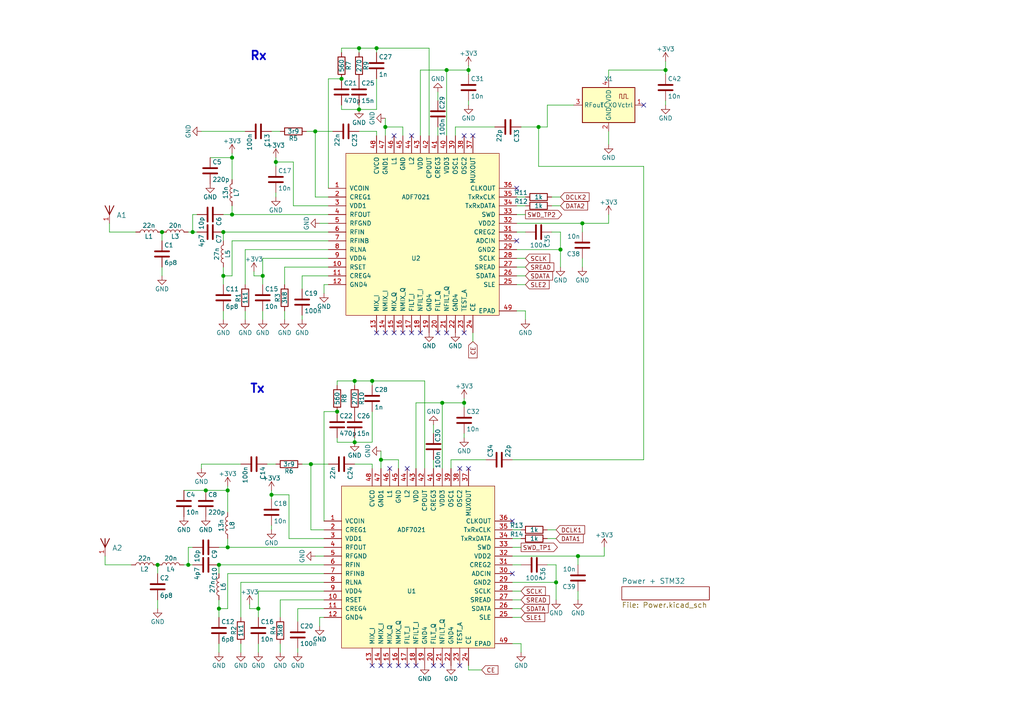
<source format=kicad_sch>
(kicad_sch (version 20200828) (generator eeschema)
  (page 1 2)
  (paper "A4")
  (title_block (title "MMDVM_HS_Dual_Hat") (date "2020-08-16") (rev "2.0") (company "DB9MAT+DF2ET+DO7EN"))
  (junction (at 45.72 163.83) (diameter 1.016))
  (junction (at 46.99 67.31) (diameter 1.016))
  (junction (at 54.61 163.83) (diameter 1.016))
  (junction (at 55.88 67.31) (diameter 1.016))
  (junction (at 59.69 142.24) (diameter 1.016))
  (junction (at 63.5 163.83) (diameter 1.016))
  (junction (at 63.5 176.53) (diameter 1.016))
  (junction (at 64.77 67.31) (diameter 1.016))
  (junction (at 64.77 80.01) (diameter 1.016))
  (junction (at 66.04 142.24) (diameter 1.016))
  (junction (at 66.04 158.75) (diameter 1.016))
  (junction (at 67.31 45.72) (diameter 1.016))
  (junction (at 67.31 62.23) (diameter 1.016))
  (junction (at 74.93 176.53) (diameter 1.016))
  (junction (at 76.2 80.01) (diameter 1.016))
  (junction (at 78.74 143.51) (diameter 1.016))
  (junction (at 80.01 46.99) (diameter 1.016))
  (junction (at 90.17 134.62) (diameter 1.016))
  (junction (at 91.44 38.1) (diameter 1.016))
  (junction (at 97.79 119.38) (diameter 1.016))
  (junction (at 99.06 22.86) (diameter 1.016))
  (junction (at 102.87 110.49) (diameter 1.016))
  (junction (at 102.87 128.27) (diameter 1.016))
  (junction (at 104.14 13.97) (diameter 1.016))
  (junction (at 104.14 31.75) (diameter 1.016))
  (junction (at 107.95 110.49) (diameter 1.016))
  (junction (at 109.22 13.97) (diameter 1.016))
  (junction (at 110.49 133.35) (diameter 1.016))
  (junction (at 111.76 36.83) (diameter 1.016))
  (junction (at 128.27 116.84) (diameter 1.016))
  (junction (at 129.54 20.32) (diameter 1.016))
  (junction (at 134.62 116.84) (diameter 1.016))
  (junction (at 135.89 20.32) (diameter 1.016))
  (junction (at 156.21 36.83) (diameter 1.016))
  (junction (at 161.29 168.91) (diameter 1.016))
  (junction (at 162.56 72.39) (diameter 1.016))
  (junction (at 167.64 161.29) (diameter 1.016))
  (junction (at 168.91 64.77) (diameter 1.016))
  (junction (at 193.04 20.32) (diameter 1.016))
  (no_connect (at 114.3 39.37))
  (no_connect (at 113.03 193.04))
  (no_connect (at 127 96.52))
  (no_connect (at 149.86 69.85))
  (no_connect (at 186.69 30.48))
  (no_connect (at 116.84 96.52))
  (no_connect (at 148.59 151.13))
  (no_connect (at 128.27 193.04))
  (no_connect (at 133.35 135.89))
  (no_connect (at 107.95 193.04))
  (no_connect (at 110.49 193.04))
  (no_connect (at 148.59 166.37))
  (no_connect (at 118.11 193.04))
  (no_connect (at 109.22 96.52))
  (no_connect (at 135.89 135.89))
  (no_connect (at 114.3 96.52))
  (no_connect (at 129.54 96.52))
  (no_connect (at 120.65 193.04))
  (no_connect (at 118.11 135.89))
  (no_connect (at 119.38 39.37))
  (no_connect (at 133.35 193.04))
  (no_connect (at 119.38 96.52))
  (no_connect (at 134.62 39.37))
  (no_connect (at 111.76 96.52))
  (no_connect (at 137.16 39.37))
  (no_connect (at 134.62 96.52))
  (no_connect (at 149.86 54.61))
  (no_connect (at 121.92 96.52))
  (no_connect (at 115.57 193.04))
  (no_connect (at 125.73 193.04))
  (no_connect (at 113.03 135.89))
  (wire (pts (xy 30.48 161.29) (xy 30.48 163.83)))
  (wire (pts (xy 31.75 64.77) (xy 31.75 67.31)))
  (wire (pts (xy 31.75 67.31) (xy 39.37 67.31)))
  (wire (pts (xy 38.1 163.83) (xy 30.48 163.83)))
  (wire (pts (xy 45.72 163.83) (xy 45.72 166.37)))
  (wire (pts (xy 45.72 173.99) (xy 45.72 176.53)))
  (wire (pts (xy 46.99 67.31) (xy 46.99 69.85)))
  (wire (pts (xy 46.99 77.47) (xy 46.99 80.01)))
  (wire (pts (xy 53.34 142.24) (xy 59.69 142.24)))
  (wire (pts (xy 53.34 163.83) (xy 54.61 163.83)))
  (wire (pts (xy 54.61 67.31) (xy 55.88 67.31)))
  (wire (pts (xy 54.61 158.75) (xy 54.61 163.83)))
  (wire (pts (xy 54.61 163.83) (xy 55.88 163.83)))
  (wire (pts (xy 55.88 62.23) (xy 55.88 67.31)))
  (wire (pts (xy 55.88 67.31) (xy 57.15 67.31)))
  (wire (pts (xy 55.88 158.75) (xy 54.61 158.75)))
  (wire (pts (xy 57.15 62.23) (xy 55.88 62.23)))
  (wire (pts (xy 58.42 134.62) (xy 69.85 134.62)))
  (wire (pts (xy 58.42 135.89) (xy 58.42 134.62)))
  (wire (pts (xy 59.69 142.24) (xy 66.04 142.24)))
  (wire (pts (xy 60.96 45.72) (xy 67.31 45.72)))
  (wire (pts (xy 63.5 158.75) (xy 66.04 158.75)))
  (wire (pts (xy 63.5 163.83) (xy 63.5 166.37)))
  (wire (pts (xy 63.5 173.99) (xy 63.5 176.53)))
  (wire (pts (xy 63.5 176.53) (xy 63.5 179.07)))
  (wire (pts (xy 63.5 176.53) (xy 66.04 176.53)))
  (wire (pts (xy 63.5 186.69) (xy 63.5 189.23)))
  (wire (pts (xy 64.77 62.23) (xy 67.31 62.23)))
  (wire (pts (xy 64.77 67.31) (xy 64.77 69.85)))
  (wire (pts (xy 64.77 77.47) (xy 64.77 80.01)))
  (wire (pts (xy 64.77 80.01) (xy 64.77 82.55)))
  (wire (pts (xy 64.77 80.01) (xy 67.31 80.01)))
  (wire (pts (xy 64.77 90.17) (xy 64.77 92.71)))
  (wire (pts (xy 66.04 140.97) (xy 66.04 142.24)))
  (wire (pts (xy 66.04 142.24) (xy 66.04 148.59)))
  (wire (pts (xy 66.04 156.21) (xy 66.04 158.75)))
  (wire (pts (xy 66.04 158.75) (xy 93.98 158.75)))
  (wire (pts (xy 66.04 166.37) (xy 93.98 166.37)))
  (wire (pts (xy 66.04 176.53) (xy 66.04 166.37)))
  (wire (pts (xy 67.31 44.45) (xy 67.31 45.72)))
  (wire (pts (xy 67.31 45.72) (xy 67.31 52.07)))
  (wire (pts (xy 67.31 59.69) (xy 67.31 62.23)))
  (wire (pts (xy 67.31 62.23) (xy 95.25 62.23)))
  (wire (pts (xy 67.31 69.85) (xy 95.25 69.85)))
  (wire (pts (xy 67.31 80.01) (xy 67.31 69.85)))
  (wire (pts (xy 69.85 168.91) (xy 93.98 168.91)))
  (wire (pts (xy 69.85 179.07) (xy 69.85 168.91)))
  (wire (pts (xy 69.85 186.69) (xy 69.85 189.23)))
  (wire (pts (xy 71.12 38.1) (xy 58.42 38.1)))
  (wire (pts (xy 71.12 72.39) (xy 95.25 72.39)))
  (wire (pts (xy 71.12 82.55) (xy 71.12 72.39)))
  (wire (pts (xy 71.12 90.17) (xy 71.12 92.71)))
  (wire (pts (xy 72.39 175.26) (xy 72.39 176.53)))
  (wire (pts (xy 72.39 176.53) (xy 74.93 176.53)))
  (wire (pts (xy 73.66 78.74) (xy 73.66 80.01)))
  (wire (pts (xy 73.66 80.01) (xy 76.2 80.01)))
  (wire (pts (xy 74.93 171.45) (xy 74.93 176.53)))
  (wire (pts (xy 74.93 171.45) (xy 93.98 171.45)))
  (wire (pts (xy 74.93 176.53) (xy 74.93 179.07)))
  (wire (pts (xy 74.93 186.69) (xy 74.93 189.23)))
  (wire (pts (xy 76.2 74.93) (xy 76.2 80.01)))
  (wire (pts (xy 76.2 74.93) (xy 95.25 74.93)))
  (wire (pts (xy 76.2 80.01) (xy 76.2 82.55)))
  (wire (pts (xy 76.2 90.17) (xy 76.2 92.71)))
  (wire (pts (xy 77.47 134.62) (xy 80.01 134.62)))
  (wire (pts (xy 78.74 38.1) (xy 81.28 38.1)))
  (wire (pts (xy 78.74 142.24) (xy 78.74 143.51)))
  (wire (pts (xy 78.74 143.51) (xy 78.74 144.78)))
  (wire (pts (xy 78.74 152.4) (xy 78.74 153.67)))
  (wire (pts (xy 80.01 45.72) (xy 80.01 46.99)))
  (wire (pts (xy 80.01 46.99) (xy 80.01 48.26)))
  (wire (pts (xy 80.01 55.88) (xy 80.01 57.15)))
  (wire (pts (xy 81.28 173.99) (xy 93.98 173.99)))
  (wire (pts (xy 81.28 179.07) (xy 81.28 173.99)))
  (wire (pts (xy 81.28 189.23) (xy 81.28 186.69)))
  (wire (pts (xy 82.55 77.47) (xy 95.25 77.47)))
  (wire (pts (xy 82.55 82.55) (xy 82.55 77.47)))
  (wire (pts (xy 82.55 92.71) (xy 82.55 90.17)))
  (wire (pts (xy 83.82 143.51) (xy 78.74 143.51)))
  (wire (pts (xy 83.82 156.21) (xy 83.82 143.51)))
  (wire (pts (xy 85.09 46.99) (xy 80.01 46.99)))
  (wire (pts (xy 85.09 59.69) (xy 85.09 46.99)))
  (wire (pts (xy 86.36 176.53) (xy 86.36 180.34)))
  (wire (pts (xy 86.36 187.96) (xy 86.36 189.23)))
  (wire (pts (xy 87.63 80.01) (xy 87.63 83.82)))
  (wire (pts (xy 87.63 91.44) (xy 87.63 92.71)))
  (wire (pts (xy 87.63 134.62) (xy 90.17 134.62)))
  (wire (pts (xy 88.9 38.1) (xy 91.44 38.1)))
  (wire (pts (xy 90.17 134.62) (xy 95.25 134.62)))
  (wire (pts (xy 90.17 153.67) (xy 90.17 134.62)))
  (wire (pts (xy 91.44 38.1) (xy 96.52 38.1)))
  (wire (pts (xy 91.44 57.15) (xy 91.44 38.1)))
  (wire (pts (xy 91.44 161.29) (xy 93.98 161.29)))
  (wire (pts (xy 92.71 64.77) (xy 95.25 64.77)))
  (wire (pts (xy 92.71 179.07) (xy 92.71 181.61)))
  (wire (pts (xy 93.98 82.55) (xy 93.98 85.09)))
  (wire (pts (xy 93.98 119.38) (xy 97.79 119.38)))
  (wire (pts (xy 93.98 151.13) (xy 93.98 119.38)))
  (wire (pts (xy 93.98 153.67) (xy 90.17 153.67)))
  (wire (pts (xy 93.98 156.21) (xy 83.82 156.21)))
  (wire (pts (xy 93.98 163.83) (xy 63.5 163.83)))
  (wire (pts (xy 93.98 176.53) (xy 86.36 176.53)))
  (wire (pts (xy 93.98 179.07) (xy 92.71 179.07)))
  (wire (pts (xy 95.25 22.86) (xy 99.06 22.86)))
  (wire (pts (xy 95.25 54.61) (xy 95.25 22.86)))
  (wire (pts (xy 95.25 57.15) (xy 91.44 57.15)))
  (wire (pts (xy 95.25 59.69) (xy 85.09 59.69)))
  (wire (pts (xy 95.25 67.31) (xy 64.77 67.31)))
  (wire (pts (xy 95.25 80.01) (xy 87.63 80.01)))
  (wire (pts (xy 95.25 82.55) (xy 93.98 82.55)))
  (wire (pts (xy 97.79 110.49) (xy 102.87 110.49)))
  (wire (pts (xy 97.79 111.76) (xy 97.79 110.49)))
  (wire (pts (xy 97.79 127) (xy 97.79 128.27)))
  (wire (pts (xy 97.79 128.27) (xy 102.87 128.27)))
  (wire (pts (xy 99.06 13.97) (xy 104.14 13.97)))
  (wire (pts (xy 99.06 15.24) (xy 99.06 13.97)))
  (wire (pts (xy 99.06 30.48) (xy 99.06 31.75)))
  (wire (pts (xy 99.06 31.75) (xy 104.14 31.75)))
  (wire (pts (xy 102.87 110.49) (xy 107.95 110.49)))
  (wire (pts (xy 102.87 111.76) (xy 102.87 110.49)))
  (wire (pts (xy 102.87 128.27) (xy 102.87 127)))
  (wire (pts (xy 102.87 128.27) (xy 107.95 128.27)))
  (wire (pts (xy 104.14 13.97) (xy 109.22 13.97)))
  (wire (pts (xy 104.14 15.24) (xy 104.14 13.97)))
  (wire (pts (xy 104.14 31.75) (xy 104.14 30.48)))
  (wire (pts (xy 104.14 31.75) (xy 109.22 31.75)))
  (wire (pts (xy 107.95 110.49) (xy 123.19 110.49)))
  (wire (pts (xy 107.95 111.76) (xy 107.95 110.49)))
  (wire (pts (xy 107.95 128.27) (xy 107.95 119.38)))
  (wire (pts (xy 107.95 134.62) (xy 102.87 134.62)))
  (wire (pts (xy 107.95 135.89) (xy 107.95 134.62)))
  (wire (pts (xy 109.22 13.97) (xy 124.46 13.97)))
  (wire (pts (xy 109.22 15.24) (xy 109.22 13.97)))
  (wire (pts (xy 109.22 31.75) (xy 109.22 22.86)))
  (wire (pts (xy 109.22 38.1) (xy 104.14 38.1)))
  (wire (pts (xy 109.22 39.37) (xy 109.22 38.1)))
  (wire (pts (xy 110.49 133.35) (xy 110.49 130.81)))
  (wire (pts (xy 110.49 133.35) (xy 110.49 135.89)))
  (wire (pts (xy 110.49 133.35) (xy 115.57 133.35)))
  (wire (pts (xy 111.76 36.83) (xy 111.76 34.29)))
  (wire (pts (xy 111.76 36.83) (xy 111.76 39.37)))
  (wire (pts (xy 111.76 36.83) (xy 116.84 36.83)))
  (wire (pts (xy 115.57 133.35) (xy 115.57 135.89)))
  (wire (pts (xy 116.84 36.83) (xy 116.84 39.37)))
  (wire (pts (xy 120.65 116.84) (xy 128.27 116.84)))
  (wire (pts (xy 120.65 135.89) (xy 120.65 116.84)))
  (wire (pts (xy 121.92 20.32) (xy 129.54 20.32)))
  (wire (pts (xy 121.92 39.37) (xy 121.92 20.32)))
  (wire (pts (xy 123.19 110.49) (xy 123.19 135.89)))
  (wire (pts (xy 124.46 13.97) (xy 124.46 39.37)))
  (wire (pts (xy 125.73 125.73) (xy 125.73 123.19)))
  (wire (pts (xy 125.73 135.89) (xy 125.73 133.35)))
  (wire (pts (xy 127 29.21) (xy 127 26.67)))
  (wire (pts (xy 127 39.37) (xy 127 36.83)))
  (wire (pts (xy 128.27 116.84) (xy 134.62 116.84)))
  (wire (pts (xy 128.27 135.89) (xy 128.27 116.84)))
  (wire (pts (xy 129.54 20.32) (xy 135.89 20.32)))
  (wire (pts (xy 129.54 39.37) (xy 129.54 20.32)))
  (wire (pts (xy 130.81 133.35) (xy 130.81 135.89)))
  (wire (pts (xy 130.81 133.35) (xy 140.97 133.35)))
  (wire (pts (xy 132.08 36.83) (xy 132.08 39.37)))
  (wire (pts (xy 132.08 36.83) (xy 143.51 36.83)))
  (wire (pts (xy 134.62 116.84) (xy 134.62 115.57)))
  (wire (pts (xy 134.62 118.11) (xy 134.62 116.84)))
  (wire (pts (xy 134.62 127) (xy 134.62 125.73)))
  (wire (pts (xy 135.89 20.32) (xy 135.89 19.05)))
  (wire (pts (xy 135.89 21.59) (xy 135.89 20.32)))
  (wire (pts (xy 135.89 30.48) (xy 135.89 29.21)))
  (wire (pts (xy 135.89 194.31) (xy 135.89 193.04)))
  (wire (pts (xy 137.16 96.52) (xy 137.16 99.06)))
  (wire (pts (xy 139.7 194.31) (xy 135.89 194.31)))
  (wire (pts (xy 148.59 133.35) (xy 186.69 133.35)))
  (wire (pts (xy 148.59 153.67) (xy 151.13 153.67)))
  (wire (pts (xy 148.59 156.21) (xy 151.13 156.21)))
  (wire (pts (xy 148.59 158.75) (xy 151.13 158.75)))
  (wire (pts (xy 148.59 161.29) (xy 167.64 161.29)))
  (wire (pts (xy 148.59 163.83) (xy 151.13 163.83)))
  (wire (pts (xy 148.59 168.91) (xy 161.29 168.91)))
  (wire (pts (xy 148.59 171.45) (xy 151.13 171.45)))
  (wire (pts (xy 148.59 173.99) (xy 151.13 173.99)))
  (wire (pts (xy 148.59 176.53) (xy 151.13 176.53)))
  (wire (pts (xy 148.59 179.07) (xy 151.13 179.07)))
  (wire (pts (xy 148.59 186.69) (xy 151.13 186.69)))
  (wire (pts (xy 149.86 57.15) (xy 152.4 57.15)))
  (wire (pts (xy 149.86 59.69) (xy 152.4 59.69)))
  (wire (pts (xy 149.86 62.23) (xy 152.4 62.23)))
  (wire (pts (xy 149.86 64.77) (xy 168.91 64.77)))
  (wire (pts (xy 149.86 67.31) (xy 152.4 67.31)))
  (wire (pts (xy 149.86 72.39) (xy 162.56 72.39)))
  (wire (pts (xy 149.86 74.93) (xy 152.4 74.93)))
  (wire (pts (xy 149.86 77.47) (xy 152.4 77.47)))
  (wire (pts (xy 149.86 80.01) (xy 152.4 80.01)))
  (wire (pts (xy 149.86 82.55) (xy 152.4 82.55)))
  (wire (pts (xy 149.86 90.17) (xy 152.4 90.17)))
  (wire (pts (xy 151.13 36.83) (xy 156.21 36.83)))
  (wire (pts (xy 151.13 186.69) (xy 151.13 189.23)))
  (wire (pts (xy 152.4 90.17) (xy 152.4 92.71)))
  (wire (pts (xy 156.21 36.83) (xy 156.21 48.26)))
  (wire (pts (xy 156.21 36.83) (xy 158.75 36.83)))
  (wire (pts (xy 156.21 48.26) (xy 186.69 48.26)))
  (wire (pts (xy 158.75 30.48) (xy 158.75 36.83)))
  (wire (pts (xy 158.75 153.67) (xy 161.29 153.67)))
  (wire (pts (xy 158.75 156.21) (xy 161.29 156.21)))
  (wire (pts (xy 158.75 163.83) (xy 161.29 163.83)))
  (wire (pts (xy 160.02 57.15) (xy 162.56 57.15)))
  (wire (pts (xy 160.02 59.69) (xy 162.56 59.69)))
  (wire (pts (xy 160.02 67.31) (xy 162.56 67.31)))
  (wire (pts (xy 161.29 163.83) (xy 161.29 168.91)))
  (wire (pts (xy 161.29 168.91) (xy 161.29 173.99)))
  (wire (pts (xy 162.56 67.31) (xy 162.56 72.39)))
  (wire (pts (xy 162.56 72.39) (xy 162.56 77.47)))
  (wire (pts (xy 166.37 30.48) (xy 158.75 30.48)))
  (wire (pts (xy 167.64 161.29) (xy 167.64 163.83)))
  (wire (pts (xy 167.64 161.29) (xy 175.26 161.29)))
  (wire (pts (xy 167.64 171.45) (xy 167.64 173.99)))
  (wire (pts (xy 168.91 64.77) (xy 168.91 67.31)))
  (wire (pts (xy 168.91 64.77) (xy 176.53 64.77)))
  (wire (pts (xy 168.91 74.93) (xy 168.91 77.47)))
  (wire (pts (xy 175.26 161.29) (xy 175.26 158.75)))
  (wire (pts (xy 176.53 20.32) (xy 176.53 22.86)))
  (wire (pts (xy 176.53 20.32) (xy 193.04 20.32)))
  (wire (pts (xy 176.53 41.91) (xy 176.53 38.1)))
  (wire (pts (xy 176.53 64.77) (xy 176.53 62.23)))
  (wire (pts (xy 186.69 48.26) (xy 186.69 133.35)))
  (wire (pts (xy 193.04 17.78) (xy 193.04 20.32)))
  (wire (pts (xy 193.04 20.32) (xy 193.04 21.59)))
  (wire (pts (xy 193.04 29.21) (xy 193.04 30.48)))
  (text "Rx" (at 72.39 17.78 0) (effects (font (size 2.4892 2.4892) (thickness 0.4978) bold) (justify left bottom)))
  (text "Tx" (at 72.39 114.3 0) (effects (font (size 2.4892 2.4892) (thickness 0.4978) bold) (justify left bottom)))
  (global_label "CE" (shape input) (at 137.16 99.06 270) (effects (font (size 1.2446 1.2446))))
  (global_label "CE" (shape input) (at 139.7 194.31 0) (effects (font (size 1.2446 1.2446))))
  (global_label "SWD_TP1" (shape output) (at 151.13 158.75 0) (effects (font (size 1.2446 1.2446))))
  (global_label "SCLK" (shape input) (at 151.13 171.45 0) (effects (font (size 1.2446 1.2446))))
  (global_label "SREAD" (shape input) (at 151.13 173.99 0) (effects (font (size 1.2446 1.2446))))
  (global_label "SDATA" (shape input) (at 151.13 176.53 0) (effects (font (size 1.2446 1.2446))))
  (global_label "SLE1" (shape input) (at 151.13 179.07 0) (effects (font (size 1.2446 1.2446))))
  (global_label "SWD_TP2" (shape output) (at 152.4 62.23 0) (effects (font (size 1.2446 1.2446))))
  (global_label "SCLK" (shape input) (at 152.4 74.93 0) (effects (font (size 1.2446 1.2446))))
  (global_label "SREAD" (shape input) (at 152.4 77.47 0) (effects (font (size 1.2446 1.2446))))
  (global_label "SDATA" (shape input) (at 152.4 80.01 0) (effects (font (size 1.2446 1.2446))))
  (global_label "SLE2" (shape input) (at 152.4 82.55 0) (effects (font (size 1.2446 1.2446))))
  (global_label "DCLK1" (shape input) (at 161.29 153.67 0) (effects (font (size 1.2446 1.2446))))
  (global_label "DATA1" (shape input) (at 161.29 156.21 0) (effects (font (size 1.2446 1.2446))))
  (global_label "DCLK2" (shape input) (at 162.56 57.15 0) (effects (font (size 1.2446 1.2446))))
  (global_label "DATA2" (shape input) (at 162.56 59.69 0) (effects (font (size 1.2446 1.2446))))
  (symbol (lib_id "power:+3.3V") (at 66.04 140.97 0) (unit 1)
    (property "Reference" "#PWR018" (effects hide))
    (property "Value" "+3.3V" (at 66.04 137.414 0))
  )
  (symbol (lib_id "power:+3.3V") (at 67.31 44.45 0) (unit 1)
    (property "Reference" "#PWR017" (effects hide))
    (property "Value" "+3.3V" (at 67.31 40.894 0))
  )
  (symbol (lib_id "power:+3.3V") (at 72.39 175.26 0) (unit 1)
    (property "Reference" "#PWR024" (effects hide))
    (property "Value" "+3.3V" (at 72.39 171.704 0))
  )
  (symbol (lib_id "power:+3.3V") (at 73.66 78.74 0) (unit 1)
    (property "Reference" "#PWR021" (effects hide))
    (property "Value" "+3.3V" (at 73.66 75.184 0))
  )
  (symbol (lib_id "power:+3.3V") (at 78.74 142.24 0) (unit 1)
    (property "Reference" "#PWR029" (effects hide))
    (property "Value" "+3.3V" (at 78.74 138.684 0))
  )
  (symbol (lib_id "power:+3.3V") (at 80.01 45.72 0) (unit 1)
    (property "Reference" "#PWR027" (effects hide))
    (property "Value" "+3.3V" (at 80.01 42.164 0))
  )
  (symbol (lib_id "power:+3.3V") (at 134.62 115.57 0) (unit 1)
    (property "Reference" "#PWR051" (effects hide))
    (property "Value" "+3.3V" (at 134.62 112.014 0))
  )
  (symbol (lib_id "power:+3.3V") (at 135.89 19.05 0) (unit 1)
    (property "Reference" "#PWR049" (effects hide))
    (property "Value" "+3.3V" (at 135.89 15.494 0))
  )
  (symbol (lib_id "power:+3.3V") (at 175.26 158.75 0) (unit 1)
    (property "Reference" "#PWR063" (effects hide))
    (property "Value" "+3.3V" (at 175.26 155.194 0))
  )
  (symbol (lib_id "power:+3.3V") (at 176.53 62.23 0) (unit 1)
    (property "Reference" "#PWR062" (effects hide))
    (property "Value" "+3.3V" (at 176.53 58.674 0))
  )
  (symbol (lib_id "power:+3.3V") (at 193.04 17.78 0) (unit 1)
    (property "Reference" "#PWR074" (effects hide))
    (property "Value" "+3.3V" (at 193.04 14.224 0))
  )
  (symbol (lib_id "mmdvm_hs_dual_hat-rescue:L-device-mmdvm_hs_dual_hat-rescue") (at 41.91 163.83 90) (unit 1)
    (property "Reference" "L2" (at 41.91 165.1 90))
    (property "Value" "22n" (at 41.91 161.925 90))
    (property "Footprint" "pkl_dipol:L_0402" (effects hide))
    (property "Datasheet" "http://www.mouser.com/ds/2/281/JELF243A-0140-937123.pdf" (effects hide))
    (property "MFR" "Murata Electronics" (effects hide))
    (property "MPN" "LQW15CA22NJ00D" (effects hide))
    (property "SPR" "Mouser" (effects hide))
    (property "SPN" "81-LQW15CA22NJ00D" (effects hide))
  )
  (symbol (lib_id "mmdvm_hs_dual_hat-rescue:L-device-mmdvm_hs_dual_hat-rescue") (at 43.18 67.31 90) (unit 1)
    (property "Reference" "L1" (at 43.18 68.58 90))
    (property "Value" "22n" (at 43.18 65.405 90))
    (property "Footprint" "pkl_dipol:L_0402" (effects hide))
    (property "Datasheet" "http://www.mouser.com/ds/2/281/JELF243A-0140-937123.pdf" (effects hide))
    (property "MFR" "Murata Electronics" (effects hide))
    (property "MPN" "LQW15CA22NJ00D" (effects hide))
    (property "SPR" "Mouser" (effects hide))
    (property "SPN" "81-LQW15CA22NJ00D" (effects hide))
  )
  (symbol (lib_id "mmdvm_hs_dual_hat-rescue:L-device-mmdvm_hs_dual_hat-rescue") (at 49.53 163.83 90) (unit 1)
    (property "Reference" "L4" (at 49.53 165.1 90))
    (property "Value" "20n" (at 49.53 161.925 90))
    (property "Footprint" "pkl_dipol:L_0402" (effects hide))
    (property "Datasheet" "http://www.mouser.com/ds/2/418/NG_CD_1624112_BA1-656883.pdf" (effects hide))
    (property "MFR" "TE Connectivity / Sigma Inductors" (effects hide))
    (property "MPN" "36501E20NJTDG" (effects hide))
    (property "SPR" "Mouser" (effects hide))
    (property "SPN" "279-36501E20NJTDG" (effects hide))
  )
  (symbol (lib_id "mmdvm_hs_dual_hat-rescue:L-device-mmdvm_hs_dual_hat-rescue") (at 50.8 67.31 90) (unit 1)
    (property "Reference" "L3" (at 50.8 68.58 90))
    (property "Value" "20n" (at 50.8 65.405 90))
    (property "Footprint" "pkl_dipol:L_0402" (effects hide))
    (property "Datasheet" "http://www.mouser.com/ds/2/418/NG_CD_1624112_BA1-656883.pdf" (effects hide))
    (property "MFR" "TE Connectivity / Sigma Inductors" (effects hide))
    (property "MPN" "36501E20NJTDG" (effects hide))
    (property "SPR" "Mouser" (effects hide))
    (property "SPN" "279-36501E20NJTDG" (effects hide))
  )
  (symbol (lib_id "mmdvm_hs_dual_hat-rescue:L-device-mmdvm_hs_dual_hat-rescue") (at 63.5 170.18 180) (unit 1)
    (property "Reference" "L6" (at 64.77 170.18 90))
    (property "Value" "27n" (at 61.595 170.18 90))
    (property "Footprint" "pkl_dipol:L_0402" (effects hide))
    (property "Datasheet" "http://www.mouser.com/ds/2/281/murata_inductors-1186262.pdf" (effects hide))
    (property "MFR" "Murata Electronics" (effects hide))
    (property "MPN" "LQW15AN27NG80D" (effects hide))
    (property "SPR" "Mouser" (effects hide))
    (property "SPN" "81-LQW15AN27NG80D" (effects hide))
  )
  (symbol (lib_id "mmdvm_hs_dual_hat-rescue:L-device-mmdvm_hs_dual_hat-rescue") (at 64.77 73.66 180) (unit 1)
    (property "Reference" "L5" (at 66.04 73.66 90))
    (property "Value" "27n" (at 62.865 73.66 90))
    (property "Footprint" "pkl_dipol:L_0402" (effects hide))
    (property "Datasheet" "http://www.mouser.com/ds/2/281/murata_inductors-1186262.pdf" (effects hide))
    (property "MFR" "Murata Electronics" (effects hide))
    (property "MPN" "LQW15AN27NG80D" (effects hide))
    (property "SPR" "Mouser" (effects hide))
    (property "SPN" "81-LQW15AN27NG80D" (effects hide))
  )
  (symbol (lib_id "mmdvm_hs_dual_hat-rescue:L-device-mmdvm_hs_dual_hat-rescue") (at 66.04 152.4 180) (unit 1)
    (property "Reference" "L8" (at 67.31 152.4 90))
    (property "Value" "13n" (at 64.135 152.4 90))
    (property "Footprint" "pkl_dipol:L_0402" (effects hide))
    (property "Datasheet" "http://www.mouser.com/ds/2/281/murata_inductors-1186262.pdf" (effects hide))
    (property "MFR" "Murata Electronics" (effects hide))
    (property "MPN" "LQW15AN13NG80D" (effects hide))
    (property "SPR" "Mouser" (effects hide))
    (property "SPN" "81-LQW15AN13NG80D" (effects hide))
  )
  (symbol (lib_id "mmdvm_hs_dual_hat-rescue:L-device-mmdvm_hs_dual_hat-rescue") (at 67.31 55.88 180) (unit 1)
    (property "Reference" "L7" (at 68.58 55.88 90))
    (property "Value" "13n" (at 65.405 55.88 90))
    (property "Footprint" "pkl_dipol:L_0402" (effects hide))
    (property "Datasheet" "http://www.mouser.com/ds/2/281/murata_inductors-1186262.pdf" (effects hide))
    (property "MFR" "Murata Electronics" (effects hide))
    (property "MPN" "LQW15AN13NG80D" (effects hide))
    (property "SPR" "Mouser" (effects hide))
    (property "SPN" "81-LQW15AN13NG80D" (effects hide))
  )
  (symbol (lib_id "power:GND") (at 45.72 176.53 0) (unit 1)
    (property "Reference" "#PWR07" (effects hide))
    (property "Value" "GND" (at 45.72 180.34 0))
  )
  (symbol (lib_id "power:GND") (at 46.99 80.01 0) (unit 1)
    (property "Reference" "#PWR06" (effects hide))
    (property "Value" "GND" (at 46.99 83.82 0))
  )
  (symbol (lib_id "power:GND") (at 53.34 149.86 0) (unit 1)
    (property "Reference" "#PWR010" (effects hide))
    (property "Value" "GND" (at 53.34 153.67 0))
  )
  (symbol (lib_id "power:GND") (at 58.42 38.1 270) (unit 1)
    (property "Reference" "#PWR011" (effects hide))
    (property "Value" "GND" (at 54.61 38.1 0))
  )
  (symbol (lib_id "power:GND") (at 58.42 135.89 0) (unit 1)
    (property "Reference" "#PWR012" (effects hide))
    (property "Value" "GND" (at 58.42 139.7 0))
  )
  (symbol (lib_id "power:GND") (at 59.69 149.86 0) (unit 1)
    (property "Reference" "#PWR014" (effects hide))
    (property "Value" "GND" (at 59.69 153.67 0))
  )
  (symbol (lib_id "power:GND") (at 60.96 53.34 0) (unit 1)
    (property "Reference" "#PWR013" (effects hide))
    (property "Value" "GND" (at 60.96 57.15 0))
  )
  (symbol (lib_id "power:GND") (at 63.5 189.23 0) (unit 1)
    (property "Reference" "#PWR016" (effects hide))
    (property "Value" "GND" (at 63.5 193.04 0))
  )
  (symbol (lib_id "power:GND") (at 64.77 92.71 0) (unit 1)
    (property "Reference" "#PWR015" (effects hide))
    (property "Value" "GND" (at 64.77 96.52 0))
  )
  (symbol (lib_id "power:GND") (at 69.85 189.23 0) (unit 1)
    (property "Reference" "#PWR020" (effects hide))
    (property "Value" "GND" (at 69.85 193.04 0))
  )
  (symbol (lib_id "power:GND") (at 71.12 92.71 0) (unit 1)
    (property "Reference" "#PWR019" (effects hide))
    (property "Value" "GND" (at 71.12 96.52 0))
  )
  (symbol (lib_id "power:GND") (at 74.93 189.23 0) (unit 1)
    (property "Reference" "#PWR026" (effects hide))
    (property "Value" "GND" (at 74.93 193.04 0))
  )
  (symbol (lib_id "power:GND") (at 76.2 92.71 0) (unit 1)
    (property "Reference" "#PWR025" (effects hide))
    (property "Value" "GND" (at 76.2 96.52 0))
  )
  (symbol (lib_id "power:GND") (at 78.74 153.67 0) (unit 1)
    (property "Reference" "#PWR030" (effects hide))
    (property "Value" "GND" (at 78.74 157.48 0))
  )
  (symbol (lib_id "power:GND") (at 80.01 57.15 0) (unit 1)
    (property "Reference" "#PWR028" (effects hide))
    (property "Value" "GND" (at 80.01 60.96 0))
  )
  (symbol (lib_id "power:GND") (at 81.28 189.23 0) (unit 1)
    (property "Reference" "#PWR032" (effects hide))
    (property "Value" "GND" (at 81.28 193.04 0))
  )
  (symbol (lib_id "power:GND") (at 82.55 92.71 0) (unit 1)
    (property "Reference" "#PWR031" (effects hide))
    (property "Value" "GND" (at 82.55 96.52 0))
  )
  (symbol (lib_id "power:GND") (at 86.36 189.23 0) (unit 1)
    (property "Reference" "#PWR034" (effects hide))
    (property "Value" "GND" (at 86.36 193.04 0))
  )
  (symbol (lib_id "power:GND") (at 87.63 92.71 0) (unit 1)
    (property "Reference" "#PWR033" (effects hide))
    (property "Value" "GND" (at 87.63 96.52 0))
  )
  (symbol (lib_id "power:GND") (at 91.44 161.29 270) (unit 1)
    (property "Reference" "#PWR036" (effects hide))
    (property "Value" "GND" (at 87.63 161.29 0))
  )
  (symbol (lib_id "power:GND") (at 92.71 64.77 270) (unit 1)
    (property "Reference" "#PWR035" (effects hide))
    (property "Value" "GND" (at 88.9 64.77 0))
  )
  (symbol (lib_id "power:GND") (at 92.71 181.61 0) (unit 1)
    (property "Reference" "#PWR038" (effects hide))
    (property "Value" "GND" (at 92.71 185.42 0))
  )
  (symbol (lib_id "power:GND") (at 93.98 85.09 0) (unit 1)
    (property "Reference" "#PWR037" (effects hide))
    (property "Value" "GND" (at 93.98 88.9 0))
  )
  (symbol (lib_id "power:GND") (at 102.87 128.27 0) (unit 1)
    (property "Reference" "#PWR040" (effects hide))
    (property "Value" "GND" (at 102.87 132.08 0))
  )
  (symbol (lib_id "power:GND") (at 104.14 31.75 0) (unit 1)
    (property "Reference" "#PWR039" (effects hide))
    (property "Value" "GND" (at 104.14 35.56 0))
  )
  (symbol (lib_id "power:GND") (at 110.49 130.81 270) (unit 1)
    (property "Reference" "#PWR042" (effects hide))
    (property "Value" "GND" (at 106.68 130.81 0))
  )
  (symbol (lib_id "power:GND") (at 111.76 34.29 270) (unit 1)
    (property "Reference" "#PWR041" (effects hide))
    (property "Value" "GND" (at 107.95 34.29 0))
  )
  (symbol (lib_id "power:GND") (at 123.19 193.04 0) (unit 1)
    (property "Reference" "#PWR044" (effects hide))
    (property "Value" "GND" (at 123.19 196.85 0))
  )
  (symbol (lib_id "power:GND") (at 124.46 96.52 0) (unit 1)
    (property "Reference" "#PWR043" (effects hide))
    (property "Value" "GND" (at 124.46 100.33 0))
  )
  (symbol (lib_id "power:GND") (at 125.73 123.19 180) (unit 1)
    (property "Reference" "#PWR046" (effects hide))
    (property "Value" "GND" (at 125.73 119.38 0))
  )
  (symbol (lib_id "power:GND") (at 127 26.67 180) (unit 1)
    (property "Reference" "#PWR045" (effects hide))
    (property "Value" "GND" (at 127 22.86 0))
  )
  (symbol (lib_id "power:GND") (at 130.81 193.04 0) (unit 1)
    (property "Reference" "#PWR048" (effects hide))
    (property "Value" "GND" (at 130.81 196.85 0))
  )
  (symbol (lib_id "power:GND") (at 132.08 96.52 0) (unit 1)
    (property "Reference" "#PWR047" (effects hide))
    (property "Value" "GND" (at 132.08 100.33 0))
  )
  (symbol (lib_id "power:GND") (at 134.62 127 0) (unit 1)
    (property "Reference" "#PWR052" (effects hide))
    (property "Value" "GND" (at 134.62 130.81 0))
  )
  (symbol (lib_id "power:GND") (at 135.89 30.48 0) (unit 1)
    (property "Reference" "#PWR050" (effects hide))
    (property "Value" "GND" (at 135.89 34.29 0))
  )
  (symbol (lib_id "power:GND") (at 151.13 189.23 0) (unit 1)
    (property "Reference" "#PWR055" (effects hide))
    (property "Value" "GND" (at 151.13 193.04 0))
  )
  (symbol (lib_id "power:GND") (at 152.4 92.71 0) (unit 1)
    (property "Reference" "#PWR054" (effects hide))
    (property "Value" "GND" (at 152.4 96.52 0))
  )
  (symbol (lib_id "power:GND") (at 161.29 173.99 0) (unit 1)
    (property "Reference" "#PWR058" (effects hide))
    (property "Value" "GND" (at 161.29 177.8 0))
  )
  (symbol (lib_id "power:GND") (at 162.56 77.47 0) (unit 1)
    (property "Reference" "#PWR057" (effects hide))
    (property "Value" "GND" (at 162.56 81.28 0))
  )
  (symbol (lib_id "power:GND") (at 167.64 173.99 0) (unit 1)
    (property "Reference" "#PWR060" (effects hide))
    (property "Value" "GND" (at 167.64 177.8 0))
  )
  (symbol (lib_id "power:GND") (at 168.91 77.47 0) (unit 1)
    (property "Reference" "#PWR059" (effects hide))
    (property "Value" "GND" (at 168.91 81.28 0))
  )
  (symbol (lib_id "power:GND") (at 176.53 41.91 0) (unit 1)
    (property "Reference" "#PWR069" (effects hide))
    (property "Value" "GND" (at 176.53 45.72 0))
  )
  (symbol (lib_id "power:GND") (at 193.04 30.48 0) (unit 1)
    (property "Reference" "#PWR075" (effects hide))
    (property "Value" "GND" (at 193.04 34.29 0))
  )
  (symbol (lib_id "pkl_misc:pkl_ANTENNA") (at 30.48 158.75 0) (unit 1)
    (property "Reference" "A2" (at 32.512 158.9278 0) (effects (font (size 1.524 1.524)) (justify left)))
    (property "Value" "pkl_ANTENNA" (effects hide))
    (property "Footprint" "MMDVM:ANT1204" (effects hide))
  )
  (symbol (lib_id "pkl_misc:pkl_ANTENNA") (at 31.75 62.23 0) (unit 1)
    (property "Reference" "A1" (at 33.782 62.4078 0) (effects (font (size 1.524 1.524)) (justify left)))
    (property "Value" "pkl_ANTENNA" (effects hide))
    (property "Footprint" "MMDVM:ANT1204" (effects hide))
  )
  (symbol (lib_id "mmdvm_hs_dual_hat-rescue:R-device-mmdvm_hs_dual_hat-rescue") (at 69.85 182.88 0) (mirror y) (unit 1)
    (property "Reference" "R2" (at 67.818 182.88 90))
    (property "Value" "1k1" (at 69.85 182.88 90))
    (property "Footprint" "pkl_dipol:R_0402" (effects hide))
    (property "Datasheet" "http://www.mouser.com/ds/2/392/susumu_RR_Data_Sheet-358748.pdf" (effects hide))
    (property "MFR" "Susumu" (effects hide))
    (property "MPN" "RR0510P-112-D" (effects hide))
    (property "SPR" "Mouser" (effects hide))
    (property "SPN" "754-RR0510P-112D" (effects hide))
  )
  (symbol (lib_id "mmdvm_hs_dual_hat-rescue:R-device-mmdvm_hs_dual_hat-rescue") (at 71.12 86.36 0) (mirror y) (unit 1)
    (property "Reference" "R1" (at 69.088 86.36 90))
    (property "Value" "1k1" (at 71.12 86.36 90))
    (property "Footprint" "pkl_dipol:R_0402" (effects hide))
    (property "Datasheet" "http://www.mouser.com/ds/2/392/susumu_RR_Data_Sheet-358748.pdf" (effects hide))
    (property "MFR" "Susumu" (effects hide))
    (property "MPN" "RR0510P-112-D" (effects hide))
    (property "SPR" "Mouser" (effects hide))
    (property "SPN" "754-RR0510P-112D" (effects hide))
  )
  (symbol (lib_id "mmdvm_hs_dual_hat-rescue:R-device-mmdvm_hs_dual_hat-rescue") (at 81.28 182.88 0) (mirror y) (unit 1)
    (property "Reference" "R4" (at 79.248 182.88 90))
    (property "Value" "3k8" (at 81.28 182.88 90))
    (property "Footprint" "pkl_dipol:R_0402" (effects hide))
    (property "Datasheet" "http://www.mouser.com/ds/2/392/susumu_RR_Data_Sheet-358748.pdf" (effects hide))
    (property "MFR" "Susumu" (effects hide))
    (property "MPN" "RR0510P-3831-D" (effects hide))
    (property "SPR" "Mouser" (effects hide))
    (property "SPN" "754-RR0510P-3831D" (effects hide))
  )
  (symbol (lib_id "mmdvm_hs_dual_hat-rescue:R-device-mmdvm_hs_dual_hat-rescue") (at 82.55 86.36 0) (mirror y) (unit 1)
    (property "Reference" "R3" (at 80.518 86.36 90))
    (property "Value" "3k8" (at 82.55 86.36 90))
    (property "Footprint" "pkl_dipol:R_0402" (effects hide))
    (property "Datasheet" "http://www.mouser.com/ds/2/392/susumu_RR_Data_Sheet-358748.pdf" (effects hide))
    (property "MFR" "Susumu" (effects hide))
    (property "MPN" "RR0510P-3831-D" (effects hide))
    (property "SPR" "Mouser" (effects hide))
    (property "SPN" "754-RR0510P-3831D" (effects hide))
  )
  (symbol (lib_id "mmdvm_hs_dual_hat-rescue:R-device-mmdvm_hs_dual_hat-rescue") (at 83.82 134.62 270) (unit 1)
    (property "Reference" "R6" (at 83.82 136.652 90))
    (property "Value" "3r9" (at 83.82 134.62 90))
    (property "Footprint" "pkl_dipol:R_0402" (effects hide))
    (property "Datasheet" "http://www.mouser.com/ds/2/427/dcrcwe3-109170.pdf" (effects hide))
    (property "MFR" "Vishay" (effects hide))
    (property "MPN" "CRCW04023R90JNED" (effects hide))
    (property "SPR" "Mouser" (effects hide))
    (property "SPN" "71-CRCW0402J-3.9-E3" (effects hide))
  )
  (symbol (lib_id "mmdvm_hs_dual_hat-rescue:R-device-mmdvm_hs_dual_hat-rescue") (at 85.09 38.1 270) (unit 1)
    (property "Reference" "R5" (at 85.09 40.132 90))
    (property "Value" "3r9" (at 85.09 38.1 90))
    (property "Footprint" "pkl_dipol:R_0402" (effects hide))
    (property "Datasheet" "http://www.mouser.com/ds/2/427/dcrcwe3-109170.pdf" (effects hide))
    (property "MFR" "Vishay" (effects hide))
    (property "MPN" "CRCW04023R90JNED" (effects hide))
    (property "SPR" "Mouser" (effects hide))
    (property "SPN" "71-CRCW0402J-3.9-E3" (effects hide))
  )
  (symbol (lib_id "mmdvm_hs_dual_hat-rescue:R-device-mmdvm_hs_dual_hat-rescue") (at 97.79 115.57 0) (unit 1)
    (property "Reference" "R8" (at 99.822 115.57 90))
    (property "Value" "560" (at 97.79 115.57 90))
    (property "Footprint" "pkl_dipol:R_0402" (effects hide))
    (property "Datasheet" "http://www.mouser.com/ds/2/315/AOA0000C237-1100991.pdf" (effects hide))
    (property "MFR" "Panasonic" (effects hide))
    (property "MPN" "ERA-2AEB561X" (effects hide))
    (property "SPR" "Mouser" (effects hide))
    (property "SPN" "667-ERA-2AEB561X" (effects hide))
  )
  (symbol (lib_id "mmdvm_hs_dual_hat-rescue:R-device-mmdvm_hs_dual_hat-rescue") (at 99.06 19.05 0) (unit 1)
    (property "Reference" "R7" (at 101.092 19.05 90))
    (property "Value" "560" (at 99.06 19.05 90))
    (property "Footprint" "pkl_dipol:R_0402" (effects hide))
    (property "Datasheet" "http://www.mouser.com/ds/2/315/AOA0000C237-1100991.pdf" (effects hide))
    (property "MFR" "Panasonic" (effects hide))
    (property "MPN" "ERA-2AEB561X" (effects hide))
    (property "SPR" "Mouser" (effects hide))
    (property "SPN" "667-ERA-2AEB561X" (effects hide))
  )
  (symbol (lib_id "mmdvm_hs_dual_hat-rescue:R-device-mmdvm_hs_dual_hat-rescue") (at 102.87 115.57 0) (unit 1)
    (property "Reference" "R10" (at 104.902 115.57 90))
    (property "Value" "270" (at 102.87 115.57 90))
    (property "Footprint" "pkl_dipol:R_0402" (effects hide))
    (property "Datasheet" "http://www.mouser.com/ds/2/315/AOA0000C237-1100991.pdf" (effects hide))
    (property "MFR" "Panasonic" (effects hide))
    (property "MPN" "ERA-2AEB271X" (effects hide))
    (property "SPR" "Mouser" (effects hide))
    (property "SPN" "667-ERA-2AEB271X" (effects hide))
  )
  (symbol (lib_id "mmdvm_hs_dual_hat-rescue:R-device-mmdvm_hs_dual_hat-rescue") (at 104.14 19.05 0) (unit 1)
    (property "Reference" "R9" (at 106.172 19.05 90))
    (property "Value" "270" (at 104.14 19.05 90))
    (property "Footprint" "pkl_dipol:R_0402" (effects hide))
    (property "Datasheet" "http://www.mouser.com/ds/2/315/AOA0000C237-1100991.pdf" (effects hide))
    (property "MFR" "Panasonic" (effects hide))
    (property "MPN" "ERA-2AEB271X" (effects hide))
    (property "SPR" "Mouser" (effects hide))
    (property "SPN" "667-ERA-2AEB271X" (effects hide))
  )
  (symbol (lib_id "mmdvm_hs_dual_hat-rescue:R-device-mmdvm_hs_dual_hat-rescue") (at 154.94 153.67 270) (unit 1)
    (property "Reference" "R13" (at 149.86 152.4 90))
    (property "Value" "1k" (at 154.94 153.67 90))
    (property "Footprint" "pkl_dipol:R_0402" (effects hide))
    (property "Datasheet" "https://www.mouser.com/ds/2/427/rcse3-1013761.pdf" (effects hide))
    (property "MFR" "Vishay" (effects hide))
    (property "MPN" "RCS04021K00JNED" (effects hide))
    (property "SPR" "Mouser" (effects hide))
    (property "SPN" "71-RCS04021K00JNED" (effects hide))
  )
  (symbol (lib_id "mmdvm_hs_dual_hat-rescue:R-device-mmdvm_hs_dual_hat-rescue") (at 154.94 156.21 270) (unit 1)
    (property "Reference" "R14" (at 149.86 154.94 90))
    (property "Value" "1k" (at 154.94 156.21 90))
    (property "Footprint" "pkl_dipol:R_0402" (effects hide))
    (property "Datasheet" "https://www.mouser.com/ds/2/427/rcse3-1013761.pdf" (effects hide))
    (property "MFR" "Vishay" (effects hide))
    (property "MPN" "RCS04021K00JNED" (effects hide))
    (property "SPR" "Mouser" (effects hide))
    (property "SPN" "71-RCS04021K00JNED" (effects hide))
  )
  (symbol (lib_id "mmdvm_hs_dual_hat-rescue:R-device-mmdvm_hs_dual_hat-rescue") (at 156.21 57.15 270) (unit 1)
    (property "Reference" "R11" (at 151.13 55.88 90))
    (property "Value" "1k" (at 156.21 57.15 90))
    (property "Footprint" "pkl_dipol:R_0402" (effects hide))
    (property "Datasheet" "https://www.mouser.com/ds/2/427/rcse3-1013761.pdf" (effects hide))
    (property "MFR" "Vishay" (effects hide))
    (property "MPN" "RCS04021K00JNED" (effects hide))
    (property "SPR" "Mouser" (effects hide))
    (property "SPN" "71-RCS04021K00JNED" (effects hide))
  )
  (symbol (lib_id "mmdvm_hs_dual_hat-rescue:R-device-mmdvm_hs_dual_hat-rescue") (at 156.21 59.69 270) (unit 1)
    (property "Reference" "R12" (at 151.13 58.42 90))
    (property "Value" "1k" (at 156.21 59.69 90))
    (property "Footprint" "pkl_dipol:R_0402" (effects hide))
    (property "Datasheet" "https://www.mouser.com/ds/2/427/rcse3-1013761.pdf" (effects hide))
    (property "MFR" "Vishay" (effects hide))
    (property "MPN" "RCS04021K00JNED" (effects hide))
    (property "SPR" "Mouser" (effects hide))
    (property "SPN" "71-RCS04021K00JNED" (effects hide))
  )
  (symbol (lib_id "mmdvm_hs_dual_hat-rescue:C-device-mmdvm_hs_dual_hat-rescue") (at 45.72 170.18 0) (unit 1)
    (property "Reference" "C2" (at 46.355 167.64 0) (effects (justify left)))
    (property "Value" "6p8" (at 46.355 172.72 0) (effects (justify left)))
    (property "Footprint" "pkl_dipol:C_0402" (effects hide))
    (property "Datasheet" "http://www.mouser.com/ds/2/281/c02e-2905.pdf" (effects hide))
    (property "MFR" "Murata Electronics" (effects hide))
    (property "MPN" "GJM1555C1H6R8BB01D" (effects hide))
    (property "SPR" "Mouser" (effects hide))
    (property "SPN" "81-GJM1555C1H6R8BB1D" (effects hide))
  )
  (symbol (lib_id "mmdvm_hs_dual_hat-rescue:C-device-mmdvm_hs_dual_hat-rescue") (at 46.99 73.66 0) (unit 1)
    (property "Reference" "C1" (at 47.625 71.12 0) (effects (justify left)))
    (property "Value" "6p8" (at 47.625 76.2 0) (effects (justify left)))
    (property "Footprint" "pkl_dipol:C_0402" (effects hide))
    (property "Datasheet" "http://www.mouser.com/ds/2/281/c02e-2905.pdf" (effects hide))
    (property "MFR" "Murata Electronics" (effects hide))
    (property "MPN" "GJM1555C1H6R8BB01D" (effects hide))
    (property "SPR" "Mouser" (effects hide))
    (property "SPN" "81-GJM1555C1H6R8BB1D" (effects hide))
  )
  (symbol (lib_id "mmdvm_hs_dual_hat-rescue:C-device-mmdvm_hs_dual_hat-rescue") (at 53.34 146.05 0) (unit 1)
    (property "Reference" "C4" (at 53.975 143.51 0) (effects (justify left)))
    (property "Value" "10n" (at 53.975 148.59 0) (effects (justify left)))
    (property "Footprint" "pkl_dipol:C_0402" (effects hide))
    (property "Datasheet" "https://www.mouser.com/ds/2/427/vjw1bcbascomseries-223529.pdf" (effects hide))
    (property "MFR" "Vishay / Vitramon" (effects hide))
    (property "MPN" "VJ0402Y103KXJCW1BC" (effects hide))
    (property "SPR" "Mouser" (effects hide))
    (property "SPN" "77-VJ0402Y103KXJCBC" (effects hide))
  )
  (symbol (lib_id "mmdvm_hs_dual_hat-rescue:C-device-mmdvm_hs_dual_hat-rescue") (at 59.69 146.05 0) (unit 1)
    (property "Reference" "C8" (at 60.325 143.51 0) (effects (justify left)))
    (property "Value" "220p" (at 60.325 148.59 0) (effects (justify left)))
    (property "Footprint" "pkl_dipol:C_0402" (effects hide))
    (property "Datasheet" "http://www.mouser.com/ds/2/281/c02e-2905.pdf" (effects hide))
    (property "MFR" "Murata Electronics" (effects hide))
    (property "MPN" "GRM1555C1H221JA01D" (effects hide))
    (property "SPR" "Mouser" (effects hide))
    (property "SPN" "81-GRM1555C1H221JA01" (effects hide))
  )
  (symbol (lib_id "mmdvm_hs_dual_hat-rescue:C-device-mmdvm_hs_dual_hat-rescue") (at 59.69 158.75 270) (unit 1)
    (property "Reference" "C9" (at 62.23 159.385 0) (effects (justify left)))
    (property "Value" "10p" (at 57.15 159.385 0) (effects (justify left)))
    (property "Footprint" "pkl_dipol:C_0402" (effects hide))
    (property "Datasheet" "http://www.mouser.com/ds/2/281/c02e-2905.pdf" (effects hide))
    (property "MFR" "Murata Electronics" (effects hide))
    (property "MPN" "GRM1555C1E100GA01D" (effects hide))
    (property "SPR" "Mouser" (effects hide))
    (property "SPN" "81-GRM1555C1E100GA1D" (effects hide))
  )
  (symbol (lib_id "mmdvm_hs_dual_hat-rescue:C-device-mmdvm_hs_dual_hat-rescue") (at 59.69 163.83 270) (unit 1)
    (property "Reference" "C10" (at 62.23 164.465 0) (effects (justify left)))
    (property "Value" "4p7" (at 57.15 164.465 0) (effects (justify left)))
    (property "Footprint" "pkl_dipol:C_0402" (effects hide))
    (property "Datasheet" "http://www.mouser.com/ds/2/281/c02e-2905.pdf" (effects hide))
    (property "MFR" "Murata Electronics" (effects hide))
    (property "MPN" "GRM1555C1H4R7CA01D" (effects hide))
    (property "SPR" "Mouser" (effects hide))
    (property "SPN" "81-GRM1555C1H4R7CA1D" (effects hide))
  )
  (symbol (lib_id "mmdvm_hs_dual_hat-rescue:C-device-mmdvm_hs_dual_hat-rescue") (at 60.96 49.53 0) (unit 1)
    (property "Reference" "C5" (at 61.595 46.99 0) (effects (justify left)))
    (property "Value" "220p" (at 61.595 52.07 0) (effects (justify left)))
    (property "Footprint" "pkl_dipol:C_0402" (effects hide))
    (property "Datasheet" "http://www.mouser.com/ds/2/281/c02e-2905.pdf" (effects hide))
    (property "MFR" "Murata Electronics" (effects hide))
    (property "MPN" "GRM1555C1H221JA01D" (effects hide))
    (property "SPR" "Mouser" (effects hide))
    (property "SPN" "81-GRM1555C1H221JA01" (effects hide))
  )
  (symbol (lib_id "mmdvm_hs_dual_hat-rescue:C-device-mmdvm_hs_dual_hat-rescue") (at 60.96 62.23 270) (unit 1)
    (property "Reference" "C6" (at 63.5 62.865 0) (effects (justify left)))
    (property "Value" "10p" (at 58.42 62.865 0) (effects (justify left)))
    (property "Footprint" "pkl_dipol:C_0402" (effects hide))
    (property "Datasheet" "http://www.mouser.com/ds/2/281/c02e-2905.pdf" (effects hide))
    (property "MFR" "Murata Electronics" (effects hide))
    (property "MPN" "GRM1555C1E100GA01D" (effects hide))
    (property "SPR" "Mouser" (effects hide))
    (property "SPN" "81-GRM1555C1E100GA1D" (effects hide))
  )
  (symbol (lib_id "mmdvm_hs_dual_hat-rescue:C-device-mmdvm_hs_dual_hat-rescue") (at 60.96 67.31 270) (unit 1)
    (property "Reference" "C7" (at 63.5 67.945 0) (effects (justify left)))
    (property "Value" "4p7" (at 58.42 67.945 0) (effects (justify left)))
    (property "Footprint" "pkl_dipol:C_0402" (effects hide))
    (property "Datasheet" "http://www.mouser.com/ds/2/281/c02e-2905.pdf" (effects hide))
    (property "MFR" "Murata Electronics" (effects hide))
    (property "MPN" "GRM1555C1H4R7CA01D" (effects hide))
    (property "SPR" "Mouser" (effects hide))
    (property "SPN" "81-GRM1555C1H4R7CA1D" (effects hide))
  )
  (symbol (lib_id "mmdvm_hs_dual_hat-rescue:C-device-mmdvm_hs_dual_hat-rescue") (at 63.5 182.88 0) (unit 1)
    (property "Reference" "C12" (at 64.135 180.34 0) (effects (justify left)))
    (property "Value" "6p8" (at 64.135 185.42 0) (effects (justify left)))
    (property "Footprint" "pkl_dipol:C_0402" (effects hide))
    (property "Datasheet" "http://www.mouser.com/ds/2/281/c02e-2905.pdf" (effects hide))
    (property "MFR" "Murata Electronics" (effects hide))
    (property "MPN" "GJM1555C1H6R8BB01D" (effects hide))
    (property "SPR" "Mouser" (effects hide))
    (property "SPN" "81-GJM1555C1H6R8BB1D" (effects hide))
  )
  (symbol (lib_id "mmdvm_hs_dual_hat-rescue:C-device-mmdvm_hs_dual_hat-rescue") (at 64.77 86.36 0) (unit 1)
    (property "Reference" "C11" (at 65.405 83.82 0) (effects (justify left)))
    (property "Value" "6p8" (at 65.405 88.9 0) (effects (justify left)))
    (property "Footprint" "pkl_dipol:C_0402" (effects hide))
    (property "Datasheet" "http://www.mouser.com/ds/2/281/c02e-2905.pdf" (effects hide))
    (property "MFR" "Murata Electronics" (effects hide))
    (property "MPN" "GJM1555C1H6R8BB01D" (effects hide))
    (property "SPR" "Mouser" (effects hide))
    (property "SPN" "81-GJM1555C1H6R8BB1D" (effects hide))
  )
  (symbol (lib_id "mmdvm_hs_dual_hat-rescue:C-device-mmdvm_hs_dual_hat-rescue") (at 73.66 134.62 270) (unit 1)
    (property "Reference" "C14" (at 76.2 135.255 0) (effects (justify left)))
    (property "Value" "100n" (at 71.12 135.255 0) (effects (justify left)))
    (property "Footprint" "pkl_dipol:C_0402" (effects hide))
    (property "Datasheet" "https://www.mouser.com/ds/2/427/vjw1bcbascomseries-223529.pdf" (effects hide))
    (property "MFR" "Vishay / Vitramon" (effects hide))
    (property "MPN" "VJ0402V104ZXJCW1BC" (effects hide))
    (property "SPR" "Mouser" (effects hide))
    (property "SPN" "77-VJ0402V104ZXJCBC" (effects hide))
  )
  (symbol (lib_id "mmdvm_hs_dual_hat-rescue:C-device-mmdvm_hs_dual_hat-rescue") (at 74.93 38.1 270) (unit 1)
    (property "Reference" "C13" (at 77.47 38.735 0) (effects (justify left)))
    (property "Value" "100n" (at 72.39 38.735 0) (effects (justify left)))
    (property "Footprint" "pkl_dipol:C_0402" (effects hide))
    (property "Datasheet" "https://www.mouser.com/ds/2/427/vjw1bcbascomseries-223529.pdf" (effects hide))
    (property "MFR" "Vishay / Vitramon" (effects hide))
    (property "MPN" "VJ0402V104ZXJCW1BC" (effects hide))
    (property "SPR" "Mouser" (effects hide))
    (property "SPN" "77-VJ0402V104ZXJCBC" (effects hide))
  )
  (symbol (lib_id "mmdvm_hs_dual_hat-rescue:C-device-mmdvm_hs_dual_hat-rescue") (at 74.93 182.88 0) (unit 1)
    (property "Reference" "C16" (at 75.565 180.34 0) (effects (justify left)))
    (property "Value" "10n" (at 75.565 185.42 0) (effects (justify left)))
    (property "Footprint" "pkl_dipol:C_0402" (effects hide))
    (property "Datasheet" "https://www.mouser.com/ds/2/427/vjw1bcbascomseries-223529.pdf" (effects hide))
    (property "MFR" "Vishay / Vitramon" (effects hide))
    (property "MPN" "VJ0402Y103KXJCW1BC" (effects hide))
    (property "SPR" "Mouser" (effects hide))
    (property "SPN" "77-VJ0402Y103KXJCBC" (effects hide))
  )
  (symbol (lib_id "mmdvm_hs_dual_hat-rescue:C-device-mmdvm_hs_dual_hat-rescue") (at 76.2 86.36 0) (unit 1)
    (property "Reference" "C15" (at 76.835 83.82 0) (effects (justify left)))
    (property "Value" "10n" (at 76.835 88.9 0) (effects (justify left)))
    (property "Footprint" "pkl_dipol:C_0402" (effects hide))
    (property "Datasheet" "https://www.mouser.com/ds/2/427/vjw1bcbascomseries-223529.pdf" (effects hide))
    (property "MFR" "Vishay / Vitramon" (effects hide))
    (property "MPN" "VJ0402Y103KXJCW1BC" (effects hide))
    (property "SPR" "Mouser" (effects hide))
    (property "SPN" "77-VJ0402Y103KXJCBC" (effects hide))
  )
  (symbol (lib_id "mmdvm_hs_dual_hat-rescue:C-device-mmdvm_hs_dual_hat-rescue") (at 78.74 148.59 0) (unit 1)
    (property "Reference" "C18" (at 79.375 146.05 0) (effects (justify left)))
    (property "Value" "10n" (at 79.375 151.13 0) (effects (justify left)))
    (property "Footprint" "pkl_dipol:C_0402" (effects hide))
    (property "Datasheet" "https://www.mouser.com/ds/2/427/vjw1bcbascomseries-223529.pdf" (effects hide))
    (property "MFR" "Vishay / Vitramon" (effects hide))
    (property "MPN" "VJ0402Y103KXJCW1BC" (effects hide))
    (property "SPR" "Mouser" (effects hide))
    (property "SPN" "77-VJ0402Y103KXJCBC" (effects hide))
  )
  (symbol (lib_id "mmdvm_hs_dual_hat-rescue:C-device-mmdvm_hs_dual_hat-rescue") (at 80.01 52.07 0) (unit 1)
    (property "Reference" "C17" (at 80.645 49.53 0) (effects (justify left)))
    (property "Value" "10n" (at 80.645 54.61 0) (effects (justify left)))
    (property "Footprint" "pkl_dipol:C_0402" (effects hide))
    (property "Datasheet" "https://www.mouser.com/ds/2/427/vjw1bcbascomseries-223529.pdf" (effects hide))
    (property "MFR" "Vishay / Vitramon" (effects hide))
    (property "MPN" "VJ0402Y103KXJCW1BC" (effects hide))
    (property "SPR" "Mouser" (effects hide))
    (property "SPN" "77-VJ0402Y103KXJCBC" (effects hide))
  )
  (symbol (lib_id "mmdvm_hs_dual_hat-rescue:C-device-mmdvm_hs_dual_hat-rescue") (at 86.36 184.15 0) (unit 1)
    (property "Reference" "C20" (at 86.995 181.61 0) (effects (justify left)))
    (property "Value" "100n" (at 86.995 186.69 0) (effects (justify left)))
    (property "Footprint" "pkl_dipol:C_0402" (effects hide))
    (property "Datasheet" "https://www.mouser.com/ds/2/427/vjw1bcbascomseries-223529.pdf" (effects hide))
    (property "MFR" "Vishay / Vitramon" (effects hide))
    (property "MPN" "VJ0402V104ZXJCW1BC" (effects hide))
    (property "SPR" "Mouser" (effects hide))
    (property "SPN" "77-VJ0402V104ZXJCBC" (effects hide))
  )
  (symbol (lib_id "mmdvm_hs_dual_hat-rescue:C-device-mmdvm_hs_dual_hat-rescue") (at 87.63 87.63 0) (unit 1)
    (property "Reference" "C19" (at 88.265 85.09 0) (effects (justify left)))
    (property "Value" "100n" (at 88.265 90.17 0) (effects (justify left)))
    (property "Footprint" "pkl_dipol:C_0402" (effects hide))
    (property "Datasheet" "https://www.mouser.com/ds/2/427/vjw1bcbascomseries-223529.pdf" (effects hide))
    (property "MFR" "Vishay / Vitramon" (effects hide))
    (property "MPN" "VJ0402V104ZXJCW1BC" (effects hide))
    (property "SPR" "Mouser" (effects hide))
    (property "SPN" "77-VJ0402V104ZXJCBC" (effects hide))
  )
  (symbol (lib_id "mmdvm_hs_dual_hat-rescue:C-device-mmdvm_hs_dual_hat-rescue") (at 97.79 123.19 0) (unit 1)
    (property "Reference" "C22" (at 98.425 120.65 0) (effects (justify left)))
    (property "Value" "470p" (at 98.425 125.73 0) (effects (justify left)))
    (property "Footprint" "pkl_dipol:C_0402" (effects hide))
    (property "Datasheet" "https://www.mouser.de/datasheet/2/281/murata_03122018_GCM_Series-1310150.pdf" (effects hide))
    (property "MFR" "Murata Electronics" (effects hide))
    (property "MPN" "GCM1555C1H471JA16J" (effects hide))
    (property "SPR" "Mouser" (effects hide))
    (property "SPN" "81-GCM1555C1H471JA6J" (effects hide))
  )
  (symbol (lib_id "mmdvm_hs_dual_hat-rescue:C-device-mmdvm_hs_dual_hat-rescue") (at 99.06 26.67 0) (unit 1)
    (property "Reference" "C21" (at 99.695 24.13 0) (effects (justify left)))
    (property "Value" "470p" (at 99.695 29.21 0) (effects (justify left)))
    (property "Footprint" "pkl_dipol:C_0402" (effects hide))
    (property "Datasheet" "https://www.mouser.de/datasheet/2/281/murata_03122018_GCM_Series-1310150.pdf" (effects hide))
    (property "MFR" "Murata Electronics" (effects hide))
    (property "MPN" "GCM1555C1H471JA16J" (effects hide))
    (property "SPR" "Mouser" (effects hide))
    (property "SPN" "81-GCM1555C1H471JA6J" (effects hide))
  )
  (symbol (lib_id "mmdvm_hs_dual_hat-rescue:C-device-mmdvm_hs_dual_hat-rescue") (at 99.06 134.62 270) (unit 1)
    (property "Reference" "C24" (at 101.6 135.255 0) (effects (justify left)))
    (property "Value" "22n" (at 96.52 135.255 0) (effects (justify left)))
    (property "Footprint" "pkl_dipol:C_0402" (effects hide))
    (property "Datasheet" "http://www.mouser.com/ds/2/281/c03e-806517.pdf" (effects hide))
    (property "MFR" "Murata Electronics" (effects hide))
    (property "MPN" "GCM155R71E223KA55D" (effects hide))
    (property "SPR" "Mouser" (effects hide))
    (property "SPN" "81-GCM155R71E223KA5D" (effects hide))
  )
  (symbol (lib_id "mmdvm_hs_dual_hat-rescue:C-device-mmdvm_hs_dual_hat-rescue") (at 100.33 38.1 270) (unit 1)
    (property "Reference" "C23" (at 102.87 38.735 0) (effects (justify left)))
    (property "Value" "22n" (at 97.79 38.735 0) (effects (justify left)))
    (property "Footprint" "pkl_dipol:C_0402" (effects hide))
    (property "Datasheet" "http://www.mouser.com/ds/2/281/c03e-806517.pdf" (effects hide))
    (property "MFR" "Murata Electronics" (effects hide))
    (property "MPN" "GCM155R71E223KA55D" (effects hide))
    (property "SPR" "Mouser" (effects hide))
    (property "SPN" "81-GCM155R71E223KA5D" (effects hide))
  )
  (symbol (lib_id "mmdvm_hs_dual_hat-rescue:C-device-mmdvm_hs_dual_hat-rescue") (at 102.87 123.19 0) (unit 1)
    (property "Reference" "C26" (at 103.505 120.65 0) (effects (justify left)))
    (property "Value" "15n" (at 103.505 125.73 0) (effects (justify left)))
    (property "Footprint" "pkl_dipol:C_0402" (effects hide))
    (property "Datasheet" "https://www.mouser.com/ds/2/281/c02e-2905.pdf" (effects hide))
    (property "MFR" "Murata Electronics" (effects hide))
    (property "MPN" "GRM155R71C153KA01J" (effects hide))
    (property "SPR" "Mouser" (effects hide))
    (property "SPN" "81-GRM155R71C153KA1J" (effects hide))
  )
  (symbol (lib_id "mmdvm_hs_dual_hat-rescue:C-device-mmdvm_hs_dual_hat-rescue") (at 104.14 26.67 0) (unit 1)
    (property "Reference" "C25" (at 104.775 24.13 0) (effects (justify left)))
    (property "Value" "15n" (at 104.775 29.21 0) (effects (justify left)))
    (property "Footprint" "pkl_dipol:C_0402" (effects hide))
    (property "Datasheet" "https://www.mouser.com/ds/2/281/c02e-2905.pdf" (effects hide))
    (property "MFR" "Murata Electronics" (effects hide))
    (property "MPN" "GRM155R71C153KA01J" (effects hide))
    (property "SPR" "Mouser" (effects hide))
    (property "SPN" "81-GRM155R71C153KA1J" (effects hide))
  )
  (symbol (lib_id "mmdvm_hs_dual_hat-rescue:C-device-mmdvm_hs_dual_hat-rescue") (at 107.95 115.57 0) (unit 1)
    (property "Reference" "C28" (at 108.585 113.03 0) (effects (justify left)))
    (property "Value" "1n" (at 108.585 118.11 0) (effects (justify left)))
    (property "Footprint" "pkl_dipol:C_0402" (effects hide))
    (property "Datasheet" "http://www.mouser.com/ds/2/281/c02e-2905.pdf" (effects hide))
    (property "MFR" "Murata Electronics" (effects hide))
    (property "MPN" "GRM155R60J102KA01D" (effects hide))
    (property "SPR" "Mouser" (effects hide))
    (property "SPN" "81-GRM155R60J102KA1D" (effects hide))
  )
  (symbol (lib_id "mmdvm_hs_dual_hat-rescue:C-device-mmdvm_hs_dual_hat-rescue") (at 109.22 19.05 0) (unit 1)
    (property "Reference" "C27" (at 109.855 16.51 0) (effects (justify left)))
    (property "Value" "1n" (at 109.855 21.59 0) (effects (justify left)))
    (property "Footprint" "pkl_dipol:C_0402" (effects hide))
    (property "Datasheet" "http://www.mouser.com/ds/2/281/c02e-2905.pdf" (effects hide))
    (property "MFR" "Murata Electronics" (effects hide))
    (property "MPN" "GRM155R60J102KA01D" (effects hide))
    (property "SPR" "Mouser" (effects hide))
    (property "SPN" "81-GRM155R60J102KA1D" (effects hide))
  )
  (symbol (lib_id "mmdvm_hs_dual_hat-rescue:C-device-mmdvm_hs_dual_hat-rescue") (at 125.73 129.54 0) (unit 1)
    (property "Reference" "C30" (at 127 128.27 90) (effects (justify left)))
    (property "Value" "100n" (at 127 135.89 90) (effects (justify left)))
    (property "Footprint" "pkl_dipol:C_0402" (effects hide))
    (property "Datasheet" "https://www.mouser.com/ds/2/427/vjw1bcbascomseries-223529.pdf" (effects hide))
    (property "MFR" "Vishay / Vitramon" (effects hide))
    (property "MPN" "VJ0402V104ZXJCW1BC" (effects hide))
    (property "SPR" "Mouser" (effects hide))
    (property "SPN" "77-VJ0402V104ZXJCBC" (effects hide))
  )
  (symbol (lib_id "mmdvm_hs_dual_hat-rescue:C-device-mmdvm_hs_dual_hat-rescue") (at 127 33.02 0) (unit 1)
    (property "Reference" "C29" (at 128.27 31.75 90) (effects (justify left)))
    (property "Value" "100n" (at 128.27 39.37 90) (effects (justify left)))
    (property "Footprint" "pkl_dipol:C_0402" (effects hide))
    (property "Datasheet" "https://www.mouser.com/ds/2/427/vjw1bcbascomseries-223529.pdf" (effects hide))
    (property "MFR" "Vishay / Vitramon" (effects hide))
    (property "MPN" "VJ0402V104ZXJCW1BC" (effects hide))
    (property "SPR" "Mouser" (effects hide))
    (property "SPN" "77-VJ0402V104ZXJCBC" (effects hide))
  )
  (symbol (lib_id "mmdvm_hs_dual_hat-rescue:C-device-mmdvm_hs_dual_hat-rescue") (at 134.62 121.92 0) (unit 1)
    (property "Reference" "C32" (at 135.255 119.38 0) (effects (justify left)))
    (property "Value" "10n" (at 135.255 124.46 0) (effects (justify left)))
    (property "Footprint" "pkl_dipol:C_0402" (effects hide))
    (property "Datasheet" "https://www.mouser.com/ds/2/427/vjw1bcbascomseries-223529.pdf" (effects hide))
    (property "MFR" "Vishay / Vitramon" (effects hide))
    (property "MPN" "VJ0402Y103KXJCW1BC" (effects hide))
    (property "SPR" "Mouser" (effects hide))
    (property "SPN" "77-VJ0402Y103KXJCBC" (effects hide))
  )
  (symbol (lib_id "mmdvm_hs_dual_hat-rescue:C-device-mmdvm_hs_dual_hat-rescue") (at 135.89 25.4 0) (unit 1)
    (property "Reference" "C31" (at 136.525 22.86 0) (effects (justify left)))
    (property "Value" "10n" (at 136.525 27.94 0) (effects (justify left)))
    (property "Footprint" "pkl_dipol:C_0402" (effects hide))
    (property "Datasheet" "https://www.mouser.com/ds/2/427/vjw1bcbascomseries-223529.pdf" (effects hide))
    (property "MFR" "Vishay / Vitramon" (effects hide))
    (property "MPN" "VJ0402Y103KXJCW1BC" (effects hide))
    (property "SPR" "Mouser" (effects hide))
    (property "SPN" "77-VJ0402Y103KXJCBC" (effects hide))
  )
  (symbol (lib_id "mmdvm_hs_dual_hat-rescue:C-device-mmdvm_hs_dual_hat-rescue") (at 144.78 133.35 90) (unit 1)
    (property "Reference" "C34" (at 142.24 132.715 0) (effects (justify left)))
    (property "Value" "22p" (at 147.32 132.715 0) (effects (justify left)))
    (property "Footprint" "pkl_dipol:C_0402" (effects hide))
    (property "Datasheet" "http://www.mouser.com/ds/2/40/C0GNP0-Dielectric-951274.pdf" (effects hide))
    (property "MFR" "AVX" (effects hide))
    (property "MPN" "04025A220GAT2A" (effects hide))
    (property "SPR" "Mouser" (effects hide))
    (property "SPN" "581-04025A220G" (effects hide))
  )
  (symbol (lib_id "mmdvm_hs_dual_hat-rescue:C-device-mmdvm_hs_dual_hat-rescue") (at 147.32 36.83 270) (unit 1)
    (property "Reference" "C33" (at 149.86 37.465 0) (effects (justify left)))
    (property "Value" "22p" (at 144.78 37.465 0) (effects (justify left)))
    (property "Footprint" "pkl_dipol:C_0402" (effects hide))
    (property "Datasheet" "http://www.mouser.com/ds/2/40/C0GNP0-Dielectric-951274.pdf" (effects hide))
    (property "MFR" "AVX" (effects hide))
    (property "MPN" "04025A220GAT2A" (effects hide))
    (property "SPR" "Mouser" (effects hide))
    (property "SPN" "581-04025A220G" (effects hide))
  )
  (symbol (lib_id "mmdvm_hs_dual_hat-rescue:C-device-mmdvm_hs_dual_hat-rescue") (at 154.94 163.83 270) (unit 1)
    (property "Reference" "C36" (at 157.48 164.465 0) (effects (justify left)))
    (property "Value" "100n" (at 152.4 167.64 90) (effects (justify left)))
    (property "Footprint" "pkl_dipol:C_0402" (effects hide))
    (property "Datasheet" "https://www.mouser.com/ds/2/427/vjw1bcbascomseries-223529.pdf" (effects hide))
    (property "MFR" "Vishay / Vitramon" (effects hide))
    (property "MPN" "VJ0402V104ZXJCW1BC" (effects hide))
    (property "SPR" "Mouser" (effects hide))
    (property "SPN" "77-VJ0402V104ZXJCBC" (effects hide))
  )
  (symbol (lib_id "mmdvm_hs_dual_hat-rescue:C-device-mmdvm_hs_dual_hat-rescue") (at 156.21 67.31 270) (unit 1)
    (property "Reference" "C35" (at 158.75 67.945 0) (effects (justify left)))
    (property "Value" "100n" (at 153.67 71.12 90) (effects (justify left)))
    (property "Footprint" "pkl_dipol:C_0402" (effects hide))
    (property "Datasheet" "https://www.mouser.com/ds/2/427/vjw1bcbascomseries-223529.pdf" (effects hide))
    (property "MFR" "Vishay / Vitramon" (effects hide))
    (property "MPN" "VJ0402V104ZXJCW1BC" (effects hide))
    (property "SPR" "Mouser" (effects hide))
    (property "SPN" "77-VJ0402V104ZXJCBC" (effects hide))
  )
  (symbol (lib_id "mmdvm_hs_dual_hat-rescue:C-device-mmdvm_hs_dual_hat-rescue") (at 167.64 167.64 180) (unit 1)
    (property "Reference" "C39" (at 167.005 170.18 0) (effects (justify left)))
    (property "Value" "10n" (at 167.005 165.1 0) (effects (justify left)))
    (property "Footprint" "pkl_dipol:C_0402" (effects hide))
    (property "Datasheet" "https://www.mouser.com/ds/2/427/vjw1bcbascomseries-223529.pdf" (effects hide))
    (property "MFR" "Vishay / Vitramon" (effects hide))
    (property "MPN" "VJ0402Y103KXJCW1BC" (effects hide))
    (property "SPR" "Mouser" (effects hide))
    (property "SPN" "77-VJ0402Y103KXJCBC" (effects hide))
  )
  (symbol (lib_id "mmdvm_hs_dual_hat-rescue:C-device-mmdvm_hs_dual_hat-rescue") (at 168.91 71.12 180) (unit 1)
    (property "Reference" "C38" (at 168.275 73.66 0) (effects (justify left)))
    (property "Value" "10n" (at 168.275 68.58 0) (effects (justify left)))
    (property "Footprint" "pkl_dipol:C_0402" (effects hide))
    (property "Datasheet" "https://www.mouser.com/ds/2/427/vjw1bcbascomseries-223529.pdf" (effects hide))
    (property "MFR" "Vishay / Vitramon" (effects hide))
    (property "MPN" "VJ0402Y103KXJCW1BC" (effects hide))
    (property "SPR" "Mouser" (effects hide))
    (property "SPN" "77-VJ0402Y103KXJCBC" (effects hide))
  )
  (symbol (lib_id "mmdvm_hs_dual_hat-rescue:C-device-mmdvm_hs_dual_hat-rescue") (at 193.04 25.4 0) (unit 1)
    (property "Reference" "C42" (at 193.675 22.86 0) (effects (justify left)))
    (property "Value" "10n" (at 193.675 27.94 0) (effects (justify left)))
    (property "Footprint" "pkl_dipol:C_0402" (effects hide))
    (property "Datasheet" "https://www.mouser.com/ds/2/427/vjw1bcbascomseries-223529.pdf" (effects hide))
    (property "MFR" "Vishay / Vitramon" (effects hide))
    (property "MPN" "VJ0402Y103KXJCW1BC" (effects hide))
    (property "SPR" "Mouser" (effects hide))
    (property "SPN" "77-VJ0402Y103KXJCBC" (effects hide))
  )
  (symbol (lib_id "Oscillator:ABLNO") (at 176.53 30.48 0) (mirror y) (unit 1)
    (property "Reference" "X1" (at 176.53 22.86 0))
    (property "Value" "TCXO" (at 176.53 30.48 0))
    (property "Footprint" "Crystal:Crystal_SMD_3225-4Pin_3.2x2.5mm" (effects hide))
    (property "Datasheet" "http://www.mouser.com/ds/2/122/ECS-TXO-3225-608196.pdf" (effects hide))
    (property "MFR" "ECS" (effects hide))
    (property "MPN" "ECS-TXO-3225-147.4-TR" (effects hide))
    (property "SPR" "Mouser" (effects hide))
    (property "SPN" "520-TXO-3225-14.74T" (effects hide))
  )
  (symbol (lib_id "adf7021:ADF7021") (at 119.38 165.1 0) (unit 1)
    (property "Reference" "U1" (at 119.38 171.45 0) (effects (font (size 1.2446 1.2446))))
    (property "Value" "ADF7021" (at 119.38 153.67 0) (effects (font (size 1.2446 1.2446))))
    (property "Footprint" "Package_DFN_QFN:QFN-48-1EP_7x7mm_P0.5mm_EP5.15x5.15mm_ThermalVias" (effects hide))
    (property "Datasheet" "http://www.mouser.com/ds/2/609/ADF7021-878461.pdf" (effects hide))
    (property "MFR" "Analog Devices" (effects hide))
    (property "MPN" "ADF7021BCPZ" (effects hide))
    (property "SPR" "Mouser" (effects hide))
    (property "SPN" "584-ADF7021BCPZ" (effects hide))
  )
  (symbol (lib_id "adf7021:ADF7021") (at 120.65 68.58 0) (unit 1)
    (property "Reference" "U2" (at 120.65 74.93 0) (effects (font (size 1.2446 1.2446))))
    (property "Value" "ADF7021" (at 120.65 57.15 0) (effects (font (size 1.2446 1.2446))))
    (property "Footprint" "Package_DFN_QFN:QFN-48-1EP_7x7mm_P0.5mm_EP5.15x5.15mm_ThermalVias" (effects hide))
    (property "Datasheet" "http://www.mouser.com/ds/2/609/ADF7021-878461.pdf" (effects hide))
    (property "MFR" "Analog Devices" (effects hide))
    (property "MPN" "ADF7021BCPZ" (effects hide))
    (property "SPR" "Mouser" (effects hide))
    (property "SPN" "584-ADF7021BCPZ" (effects hide))
  )
  (sheet (at 180.34 170.18) (size 25.4 3.81)
    (property "Sheet name" "Power + STM32" (at 180.34 169.4175 0) (effects (font (size 1.524 1.524)) (justify left bottom)))
    (property "Sheet file" "Power.kicad_sch" (at 180.34 174.6001 0) (effects (font (size 1.524 1.524)) (justify left top)))
  )
)
</source>
